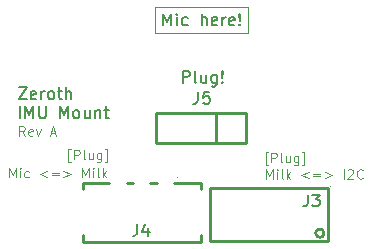
<source format=gto>
G04 #@! TF.GenerationSoftware,KiCad,Pcbnew,7.0.5-0*
G04 #@! TF.CreationDate,2024-11-07T14:34:30-08:00*
G04 #@! TF.ProjectId,IMU Mount,494d5520-4d6f-4756-9e74-2e6b69636164,rev?*
G04 #@! TF.SameCoordinates,PX5f5e100PY5f5e100*
G04 #@! TF.FileFunction,Legend,Top*
G04 #@! TF.FilePolarity,Positive*
%FSLAX46Y46*%
G04 Gerber Fmt 4.6, Leading zero omitted, Abs format (unit mm)*
G04 Created by KiCad (PCBNEW 7.0.5-0) date 2024-11-07 14:34:30*
%MOMM*%
%LPD*%
G01*
G04 APERTURE LIST*
%ADD10C,0.120000*%
%ADD11C,0.100000*%
%ADD12C,0.150000*%
%ADD13C,0.254000*%
%ADD14C,0.059995*%
G04 APERTURE END LIST*
D10*
X12450000Y21300000D02*
X20300000Y21300000D01*
X20300000Y19050000D01*
X12450000Y19050000D01*
X12450000Y21300000D01*
D11*
X21984836Y7886439D02*
X21794360Y7886439D01*
X21794360Y7886439D02*
X21794360Y9029296D01*
X21794360Y9029296D02*
X21984836Y9029296D01*
X22289598Y8153105D02*
X22289598Y8953105D01*
X22289598Y8953105D02*
X22594360Y8953105D01*
X22594360Y8953105D02*
X22670550Y8915010D01*
X22670550Y8915010D02*
X22708645Y8876915D01*
X22708645Y8876915D02*
X22746741Y8800724D01*
X22746741Y8800724D02*
X22746741Y8686439D01*
X22746741Y8686439D02*
X22708645Y8610248D01*
X22708645Y8610248D02*
X22670550Y8572153D01*
X22670550Y8572153D02*
X22594360Y8534058D01*
X22594360Y8534058D02*
X22289598Y8534058D01*
X23203883Y8153105D02*
X23127693Y8191200D01*
X23127693Y8191200D02*
X23089598Y8267391D01*
X23089598Y8267391D02*
X23089598Y8953105D01*
X23851503Y8686439D02*
X23851503Y8153105D01*
X23508646Y8686439D02*
X23508646Y8267391D01*
X23508646Y8267391D02*
X23546741Y8191200D01*
X23546741Y8191200D02*
X23622931Y8153105D01*
X23622931Y8153105D02*
X23737217Y8153105D01*
X23737217Y8153105D02*
X23813408Y8191200D01*
X23813408Y8191200D02*
X23851503Y8229296D01*
X24575313Y8686439D02*
X24575313Y8038820D01*
X24575313Y8038820D02*
X24537218Y7962629D01*
X24537218Y7962629D02*
X24499122Y7924534D01*
X24499122Y7924534D02*
X24422932Y7886439D01*
X24422932Y7886439D02*
X24308646Y7886439D01*
X24308646Y7886439D02*
X24232456Y7924534D01*
X24575313Y8191200D02*
X24499122Y8153105D01*
X24499122Y8153105D02*
X24346741Y8153105D01*
X24346741Y8153105D02*
X24270551Y8191200D01*
X24270551Y8191200D02*
X24232456Y8229296D01*
X24232456Y8229296D02*
X24194360Y8305486D01*
X24194360Y8305486D02*
X24194360Y8534058D01*
X24194360Y8534058D02*
X24232456Y8610248D01*
X24232456Y8610248D02*
X24270551Y8648343D01*
X24270551Y8648343D02*
X24346741Y8686439D01*
X24346741Y8686439D02*
X24499122Y8686439D01*
X24499122Y8686439D02*
X24575313Y8648343D01*
X24880075Y7886439D02*
X25070551Y7886439D01*
X25070551Y7886439D02*
X25070551Y9029296D01*
X25070551Y9029296D02*
X24880075Y9029296D01*
D12*
X891541Y14490181D02*
X1558207Y14490181D01*
X1558207Y14490181D02*
X891541Y13490181D01*
X891541Y13490181D02*
X1558207Y13490181D01*
X2320112Y13537800D02*
X2224874Y13490181D01*
X2224874Y13490181D02*
X2034398Y13490181D01*
X2034398Y13490181D02*
X1939160Y13537800D01*
X1939160Y13537800D02*
X1891541Y13633039D01*
X1891541Y13633039D02*
X1891541Y14013991D01*
X1891541Y14013991D02*
X1939160Y14109229D01*
X1939160Y14109229D02*
X2034398Y14156848D01*
X2034398Y14156848D02*
X2224874Y14156848D01*
X2224874Y14156848D02*
X2320112Y14109229D01*
X2320112Y14109229D02*
X2367731Y14013991D01*
X2367731Y14013991D02*
X2367731Y13918753D01*
X2367731Y13918753D02*
X1891541Y13823515D01*
X2796303Y13490181D02*
X2796303Y14156848D01*
X2796303Y13966372D02*
X2843922Y14061610D01*
X2843922Y14061610D02*
X2891541Y14109229D01*
X2891541Y14109229D02*
X2986779Y14156848D01*
X2986779Y14156848D02*
X3082017Y14156848D01*
X3558208Y13490181D02*
X3462970Y13537800D01*
X3462970Y13537800D02*
X3415351Y13585420D01*
X3415351Y13585420D02*
X3367732Y13680658D01*
X3367732Y13680658D02*
X3367732Y13966372D01*
X3367732Y13966372D02*
X3415351Y14061610D01*
X3415351Y14061610D02*
X3462970Y14109229D01*
X3462970Y14109229D02*
X3558208Y14156848D01*
X3558208Y14156848D02*
X3701065Y14156848D01*
X3701065Y14156848D02*
X3796303Y14109229D01*
X3796303Y14109229D02*
X3843922Y14061610D01*
X3843922Y14061610D02*
X3891541Y13966372D01*
X3891541Y13966372D02*
X3891541Y13680658D01*
X3891541Y13680658D02*
X3843922Y13585420D01*
X3843922Y13585420D02*
X3796303Y13537800D01*
X3796303Y13537800D02*
X3701065Y13490181D01*
X3701065Y13490181D02*
X3558208Y13490181D01*
X4177256Y14156848D02*
X4558208Y14156848D01*
X4320113Y14490181D02*
X4320113Y13633039D01*
X4320113Y13633039D02*
X4367732Y13537800D01*
X4367732Y13537800D02*
X4462970Y13490181D01*
X4462970Y13490181D02*
X4558208Y13490181D01*
X4891542Y13490181D02*
X4891542Y14490181D01*
X5320113Y13490181D02*
X5320113Y14013991D01*
X5320113Y14013991D02*
X5272494Y14109229D01*
X5272494Y14109229D02*
X5177256Y14156848D01*
X5177256Y14156848D02*
X5034399Y14156848D01*
X5034399Y14156848D02*
X4939161Y14109229D01*
X4939161Y14109229D02*
X4891542Y14061610D01*
X986779Y11880181D02*
X986779Y12880181D01*
X1462969Y11880181D02*
X1462969Y12880181D01*
X1462969Y12880181D02*
X1796302Y12165896D01*
X1796302Y12165896D02*
X2129635Y12880181D01*
X2129635Y12880181D02*
X2129635Y11880181D01*
X2605826Y12880181D02*
X2605826Y12070658D01*
X2605826Y12070658D02*
X2653445Y11975420D01*
X2653445Y11975420D02*
X2701064Y11927800D01*
X2701064Y11927800D02*
X2796302Y11880181D01*
X2796302Y11880181D02*
X2986778Y11880181D01*
X2986778Y11880181D02*
X3082016Y11927800D01*
X3082016Y11927800D02*
X3129635Y11975420D01*
X3129635Y11975420D02*
X3177254Y12070658D01*
X3177254Y12070658D02*
X3177254Y12880181D01*
X4415350Y11880181D02*
X4415350Y12880181D01*
X4415350Y12880181D02*
X4748683Y12165896D01*
X4748683Y12165896D02*
X5082016Y12880181D01*
X5082016Y12880181D02*
X5082016Y11880181D01*
X5701064Y11880181D02*
X5605826Y11927800D01*
X5605826Y11927800D02*
X5558207Y11975420D01*
X5558207Y11975420D02*
X5510588Y12070658D01*
X5510588Y12070658D02*
X5510588Y12356372D01*
X5510588Y12356372D02*
X5558207Y12451610D01*
X5558207Y12451610D02*
X5605826Y12499229D01*
X5605826Y12499229D02*
X5701064Y12546848D01*
X5701064Y12546848D02*
X5843921Y12546848D01*
X5843921Y12546848D02*
X5939159Y12499229D01*
X5939159Y12499229D02*
X5986778Y12451610D01*
X5986778Y12451610D02*
X6034397Y12356372D01*
X6034397Y12356372D02*
X6034397Y12070658D01*
X6034397Y12070658D02*
X5986778Y11975420D01*
X5986778Y11975420D02*
X5939159Y11927800D01*
X5939159Y11927800D02*
X5843921Y11880181D01*
X5843921Y11880181D02*
X5701064Y11880181D01*
X6891540Y12546848D02*
X6891540Y11880181D01*
X6462969Y12546848D02*
X6462969Y12023039D01*
X6462969Y12023039D02*
X6510588Y11927800D01*
X6510588Y11927800D02*
X6605826Y11880181D01*
X6605826Y11880181D02*
X6748683Y11880181D01*
X6748683Y11880181D02*
X6843921Y11927800D01*
X6843921Y11927800D02*
X6891540Y11975420D01*
X7367731Y12546848D02*
X7367731Y11880181D01*
X7367731Y12451610D02*
X7415350Y12499229D01*
X7415350Y12499229D02*
X7510588Y12546848D01*
X7510588Y12546848D02*
X7653445Y12546848D01*
X7653445Y12546848D02*
X7748683Y12499229D01*
X7748683Y12499229D02*
X7796302Y12403991D01*
X7796302Y12403991D02*
X7796302Y11880181D01*
X8129636Y12546848D02*
X8510588Y12546848D01*
X8272493Y12880181D02*
X8272493Y12023039D01*
X8272493Y12023039D02*
X8320112Y11927800D01*
X8320112Y11927800D02*
X8415350Y11880181D01*
X8415350Y11880181D02*
X8510588Y11880181D01*
D11*
X5284836Y8136439D02*
X5094360Y8136439D01*
X5094360Y8136439D02*
X5094360Y9279296D01*
X5094360Y9279296D02*
X5284836Y9279296D01*
X5589598Y8403105D02*
X5589598Y9203105D01*
X5589598Y9203105D02*
X5894360Y9203105D01*
X5894360Y9203105D02*
X5970550Y9165010D01*
X5970550Y9165010D02*
X6008645Y9126915D01*
X6008645Y9126915D02*
X6046741Y9050724D01*
X6046741Y9050724D02*
X6046741Y8936439D01*
X6046741Y8936439D02*
X6008645Y8860248D01*
X6008645Y8860248D02*
X5970550Y8822153D01*
X5970550Y8822153D02*
X5894360Y8784058D01*
X5894360Y8784058D02*
X5589598Y8784058D01*
X6503883Y8403105D02*
X6427693Y8441200D01*
X6427693Y8441200D02*
X6389598Y8517391D01*
X6389598Y8517391D02*
X6389598Y9203105D01*
X7151503Y8936439D02*
X7151503Y8403105D01*
X6808646Y8936439D02*
X6808646Y8517391D01*
X6808646Y8517391D02*
X6846741Y8441200D01*
X6846741Y8441200D02*
X6922931Y8403105D01*
X6922931Y8403105D02*
X7037217Y8403105D01*
X7037217Y8403105D02*
X7113408Y8441200D01*
X7113408Y8441200D02*
X7151503Y8479296D01*
X7875313Y8936439D02*
X7875313Y8288820D01*
X7875313Y8288820D02*
X7837218Y8212629D01*
X7837218Y8212629D02*
X7799122Y8174534D01*
X7799122Y8174534D02*
X7722932Y8136439D01*
X7722932Y8136439D02*
X7608646Y8136439D01*
X7608646Y8136439D02*
X7532456Y8174534D01*
X7875313Y8441200D02*
X7799122Y8403105D01*
X7799122Y8403105D02*
X7646741Y8403105D01*
X7646741Y8403105D02*
X7570551Y8441200D01*
X7570551Y8441200D02*
X7532456Y8479296D01*
X7532456Y8479296D02*
X7494360Y8555486D01*
X7494360Y8555486D02*
X7494360Y8784058D01*
X7494360Y8784058D02*
X7532456Y8860248D01*
X7532456Y8860248D02*
X7570551Y8898343D01*
X7570551Y8898343D02*
X7646741Y8936439D01*
X7646741Y8936439D02*
X7799122Y8936439D01*
X7799122Y8936439D02*
X7875313Y8898343D01*
X8180075Y8136439D02*
X8370551Y8136439D01*
X8370551Y8136439D02*
X8370551Y9279296D01*
X8370551Y9279296D02*
X8180075Y9279296D01*
X21856265Y6753105D02*
X21856265Y7553105D01*
X21856265Y7553105D02*
X22122931Y6981677D01*
X22122931Y6981677D02*
X22389598Y7553105D01*
X22389598Y7553105D02*
X22389598Y6753105D01*
X22770551Y6753105D02*
X22770551Y7286439D01*
X22770551Y7553105D02*
X22732455Y7515010D01*
X22732455Y7515010D02*
X22770551Y7476915D01*
X22770551Y7476915D02*
X22808646Y7515010D01*
X22808646Y7515010D02*
X22770551Y7553105D01*
X22770551Y7553105D02*
X22770551Y7476915D01*
X23265788Y6753105D02*
X23189598Y6791200D01*
X23189598Y6791200D02*
X23151503Y6867391D01*
X23151503Y6867391D02*
X23151503Y7553105D01*
X23570551Y6753105D02*
X23570551Y7553105D01*
X23646741Y7057867D02*
X23875313Y6753105D01*
X23875313Y7286439D02*
X23570551Y6981677D01*
X25437218Y7286439D02*
X24827694Y7057867D01*
X24827694Y7057867D02*
X25437218Y6829296D01*
X25818170Y7172153D02*
X26427694Y7172153D01*
X26427694Y6943581D02*
X25818170Y6943581D01*
X26808646Y7286439D02*
X27418170Y7057867D01*
X27418170Y7057867D02*
X26808646Y6829296D01*
X28408646Y6753105D02*
X28408646Y7553105D01*
X28751502Y7476915D02*
X28789598Y7515010D01*
X28789598Y7515010D02*
X28865788Y7553105D01*
X28865788Y7553105D02*
X29056264Y7553105D01*
X29056264Y7553105D02*
X29132455Y7515010D01*
X29132455Y7515010D02*
X29170550Y7476915D01*
X29170550Y7476915D02*
X29208645Y7400724D01*
X29208645Y7400724D02*
X29208645Y7324534D01*
X29208645Y7324534D02*
X29170550Y7210248D01*
X29170550Y7210248D02*
X28713407Y6753105D01*
X28713407Y6753105D02*
X29208645Y6753105D01*
X30008646Y6829296D02*
X29970550Y6791200D01*
X29970550Y6791200D02*
X29856265Y6753105D01*
X29856265Y6753105D02*
X29780074Y6753105D01*
X29780074Y6753105D02*
X29665788Y6791200D01*
X29665788Y6791200D02*
X29589598Y6867391D01*
X29589598Y6867391D02*
X29551503Y6943581D01*
X29551503Y6943581D02*
X29513407Y7095962D01*
X29513407Y7095962D02*
X29513407Y7210248D01*
X29513407Y7210248D02*
X29551503Y7362629D01*
X29551503Y7362629D02*
X29589598Y7438820D01*
X29589598Y7438820D02*
X29665788Y7515010D01*
X29665788Y7515010D02*
X29780074Y7553105D01*
X29780074Y7553105D02*
X29856265Y7553105D01*
X29856265Y7553105D02*
X29970550Y7515010D01*
X29970550Y7515010D02*
X30008646Y7476915D01*
X106265Y6853105D02*
X106265Y7653105D01*
X106265Y7653105D02*
X372931Y7081677D01*
X372931Y7081677D02*
X639598Y7653105D01*
X639598Y7653105D02*
X639598Y6853105D01*
X1020551Y6853105D02*
X1020551Y7386439D01*
X1020551Y7653105D02*
X982455Y7615010D01*
X982455Y7615010D02*
X1020551Y7576915D01*
X1020551Y7576915D02*
X1058646Y7615010D01*
X1058646Y7615010D02*
X1020551Y7653105D01*
X1020551Y7653105D02*
X1020551Y7576915D01*
X1744360Y6891200D02*
X1668169Y6853105D01*
X1668169Y6853105D02*
X1515788Y6853105D01*
X1515788Y6853105D02*
X1439598Y6891200D01*
X1439598Y6891200D02*
X1401503Y6929296D01*
X1401503Y6929296D02*
X1363407Y7005486D01*
X1363407Y7005486D02*
X1363407Y7234058D01*
X1363407Y7234058D02*
X1401503Y7310248D01*
X1401503Y7310248D02*
X1439598Y7348343D01*
X1439598Y7348343D02*
X1515788Y7386439D01*
X1515788Y7386439D02*
X1668169Y7386439D01*
X1668169Y7386439D02*
X1744360Y7348343D01*
X3306265Y7386439D02*
X2696741Y7157867D01*
X2696741Y7157867D02*
X3306265Y6929296D01*
X3687217Y7272153D02*
X4296741Y7272153D01*
X4296741Y7043581D02*
X3687217Y7043581D01*
X4677693Y7386439D02*
X5287217Y7157867D01*
X5287217Y7157867D02*
X4677693Y6929296D01*
X6277693Y6853105D02*
X6277693Y7653105D01*
X6277693Y7653105D02*
X6544359Y7081677D01*
X6544359Y7081677D02*
X6811026Y7653105D01*
X6811026Y7653105D02*
X6811026Y6853105D01*
X7191979Y6853105D02*
X7191979Y7386439D01*
X7191979Y7653105D02*
X7153883Y7615010D01*
X7153883Y7615010D02*
X7191979Y7576915D01*
X7191979Y7576915D02*
X7230074Y7615010D01*
X7230074Y7615010D02*
X7191979Y7653105D01*
X7191979Y7653105D02*
X7191979Y7576915D01*
X7687216Y6853105D02*
X7611026Y6891200D01*
X7611026Y6891200D02*
X7572931Y6967391D01*
X7572931Y6967391D02*
X7572931Y7653105D01*
X7991979Y6853105D02*
X7991979Y7653105D01*
X8068169Y7157867D02*
X8296741Y6853105D01*
X8296741Y7386439D02*
X7991979Y7081677D01*
D12*
X13136779Y19730181D02*
X13136779Y20730181D01*
X13136779Y20730181D02*
X13470112Y20015896D01*
X13470112Y20015896D02*
X13803445Y20730181D01*
X13803445Y20730181D02*
X13803445Y19730181D01*
X14279636Y19730181D02*
X14279636Y20396848D01*
X14279636Y20730181D02*
X14232017Y20682562D01*
X14232017Y20682562D02*
X14279636Y20634943D01*
X14279636Y20634943D02*
X14327255Y20682562D01*
X14327255Y20682562D02*
X14279636Y20730181D01*
X14279636Y20730181D02*
X14279636Y20634943D01*
X15184397Y19777800D02*
X15089159Y19730181D01*
X15089159Y19730181D02*
X14898683Y19730181D01*
X14898683Y19730181D02*
X14803445Y19777800D01*
X14803445Y19777800D02*
X14755826Y19825420D01*
X14755826Y19825420D02*
X14708207Y19920658D01*
X14708207Y19920658D02*
X14708207Y20206372D01*
X14708207Y20206372D02*
X14755826Y20301610D01*
X14755826Y20301610D02*
X14803445Y20349229D01*
X14803445Y20349229D02*
X14898683Y20396848D01*
X14898683Y20396848D02*
X15089159Y20396848D01*
X15089159Y20396848D02*
X15184397Y20349229D01*
X16374874Y19730181D02*
X16374874Y20730181D01*
X16803445Y19730181D02*
X16803445Y20253991D01*
X16803445Y20253991D02*
X16755826Y20349229D01*
X16755826Y20349229D02*
X16660588Y20396848D01*
X16660588Y20396848D02*
X16517731Y20396848D01*
X16517731Y20396848D02*
X16422493Y20349229D01*
X16422493Y20349229D02*
X16374874Y20301610D01*
X17660588Y19777800D02*
X17565350Y19730181D01*
X17565350Y19730181D02*
X17374874Y19730181D01*
X17374874Y19730181D02*
X17279636Y19777800D01*
X17279636Y19777800D02*
X17232017Y19873039D01*
X17232017Y19873039D02*
X17232017Y20253991D01*
X17232017Y20253991D02*
X17279636Y20349229D01*
X17279636Y20349229D02*
X17374874Y20396848D01*
X17374874Y20396848D02*
X17565350Y20396848D01*
X17565350Y20396848D02*
X17660588Y20349229D01*
X17660588Y20349229D02*
X17708207Y20253991D01*
X17708207Y20253991D02*
X17708207Y20158753D01*
X17708207Y20158753D02*
X17232017Y20063515D01*
X18136779Y19730181D02*
X18136779Y20396848D01*
X18136779Y20206372D02*
X18184398Y20301610D01*
X18184398Y20301610D02*
X18232017Y20349229D01*
X18232017Y20349229D02*
X18327255Y20396848D01*
X18327255Y20396848D02*
X18422493Y20396848D01*
X19136779Y19777800D02*
X19041541Y19730181D01*
X19041541Y19730181D02*
X18851065Y19730181D01*
X18851065Y19730181D02*
X18755827Y19777800D01*
X18755827Y19777800D02*
X18708208Y19873039D01*
X18708208Y19873039D02*
X18708208Y20253991D01*
X18708208Y20253991D02*
X18755827Y20349229D01*
X18755827Y20349229D02*
X18851065Y20396848D01*
X18851065Y20396848D02*
X19041541Y20396848D01*
X19041541Y20396848D02*
X19136779Y20349229D01*
X19136779Y20349229D02*
X19184398Y20253991D01*
X19184398Y20253991D02*
X19184398Y20158753D01*
X19184398Y20158753D02*
X18708208Y20063515D01*
X19612970Y19825420D02*
X19660589Y19777800D01*
X19660589Y19777800D02*
X19612970Y19730181D01*
X19612970Y19730181D02*
X19565351Y19777800D01*
X19565351Y19777800D02*
X19612970Y19825420D01*
X19612970Y19825420D02*
X19612970Y19730181D01*
X19612970Y20111134D02*
X19565351Y20682562D01*
X19565351Y20682562D02*
X19612970Y20730181D01*
X19612970Y20730181D02*
X19660589Y20682562D01*
X19660589Y20682562D02*
X19612970Y20111134D01*
X19612970Y20111134D02*
X19612970Y20730181D01*
X14786779Y14880181D02*
X14786779Y15880181D01*
X14786779Y15880181D02*
X15167731Y15880181D01*
X15167731Y15880181D02*
X15262969Y15832562D01*
X15262969Y15832562D02*
X15310588Y15784943D01*
X15310588Y15784943D02*
X15358207Y15689705D01*
X15358207Y15689705D02*
X15358207Y15546848D01*
X15358207Y15546848D02*
X15310588Y15451610D01*
X15310588Y15451610D02*
X15262969Y15403991D01*
X15262969Y15403991D02*
X15167731Y15356372D01*
X15167731Y15356372D02*
X14786779Y15356372D01*
X15929636Y14880181D02*
X15834398Y14927800D01*
X15834398Y14927800D02*
X15786779Y15023039D01*
X15786779Y15023039D02*
X15786779Y15880181D01*
X16739160Y15546848D02*
X16739160Y14880181D01*
X16310589Y15546848D02*
X16310589Y15023039D01*
X16310589Y15023039D02*
X16358208Y14927800D01*
X16358208Y14927800D02*
X16453446Y14880181D01*
X16453446Y14880181D02*
X16596303Y14880181D01*
X16596303Y14880181D02*
X16691541Y14927800D01*
X16691541Y14927800D02*
X16739160Y14975420D01*
X17643922Y15546848D02*
X17643922Y14737324D01*
X17643922Y14737324D02*
X17596303Y14642086D01*
X17596303Y14642086D02*
X17548684Y14594467D01*
X17548684Y14594467D02*
X17453446Y14546848D01*
X17453446Y14546848D02*
X17310589Y14546848D01*
X17310589Y14546848D02*
X17215351Y14594467D01*
X17643922Y14927800D02*
X17548684Y14880181D01*
X17548684Y14880181D02*
X17358208Y14880181D01*
X17358208Y14880181D02*
X17262970Y14927800D01*
X17262970Y14927800D02*
X17215351Y14975420D01*
X17215351Y14975420D02*
X17167732Y15070658D01*
X17167732Y15070658D02*
X17167732Y15356372D01*
X17167732Y15356372D02*
X17215351Y15451610D01*
X17215351Y15451610D02*
X17262970Y15499229D01*
X17262970Y15499229D02*
X17358208Y15546848D01*
X17358208Y15546848D02*
X17548684Y15546848D01*
X17548684Y15546848D02*
X17643922Y15499229D01*
X18120113Y14975420D02*
X18167732Y14927800D01*
X18167732Y14927800D02*
X18120113Y14880181D01*
X18120113Y14880181D02*
X18072494Y14927800D01*
X18072494Y14927800D02*
X18120113Y14975420D01*
X18120113Y14975420D02*
X18120113Y14880181D01*
X18120113Y15261134D02*
X18072494Y15832562D01*
X18072494Y15832562D02*
X18120113Y15880181D01*
X18120113Y15880181D02*
X18167732Y15832562D01*
X18167732Y15832562D02*
X18120113Y15261134D01*
X18120113Y15261134D02*
X18120113Y15880181D01*
D11*
X1413408Y10403105D02*
X1146741Y10784058D01*
X956265Y10403105D02*
X956265Y11203105D01*
X956265Y11203105D02*
X1261027Y11203105D01*
X1261027Y11203105D02*
X1337217Y11165010D01*
X1337217Y11165010D02*
X1375312Y11126915D01*
X1375312Y11126915D02*
X1413408Y11050724D01*
X1413408Y11050724D02*
X1413408Y10936439D01*
X1413408Y10936439D02*
X1375312Y10860248D01*
X1375312Y10860248D02*
X1337217Y10822153D01*
X1337217Y10822153D02*
X1261027Y10784058D01*
X1261027Y10784058D02*
X956265Y10784058D01*
X2061027Y10441200D02*
X1984836Y10403105D01*
X1984836Y10403105D02*
X1832455Y10403105D01*
X1832455Y10403105D02*
X1756265Y10441200D01*
X1756265Y10441200D02*
X1718169Y10517391D01*
X1718169Y10517391D02*
X1718169Y10822153D01*
X1718169Y10822153D02*
X1756265Y10898343D01*
X1756265Y10898343D02*
X1832455Y10936439D01*
X1832455Y10936439D02*
X1984836Y10936439D01*
X1984836Y10936439D02*
X2061027Y10898343D01*
X2061027Y10898343D02*
X2099122Y10822153D01*
X2099122Y10822153D02*
X2099122Y10745962D01*
X2099122Y10745962D02*
X1718169Y10669772D01*
X2365788Y10936439D02*
X2556264Y10403105D01*
X2556264Y10403105D02*
X2746741Y10936439D01*
X3622931Y10631677D02*
X4003884Y10631677D01*
X3546741Y10403105D02*
X3813408Y11203105D01*
X3813408Y11203105D02*
X4080074Y10403105D01*
D12*
X10916666Y2895181D02*
X10916666Y2180896D01*
X10916666Y2180896D02*
X10869047Y2038039D01*
X10869047Y2038039D02*
X10773809Y1942800D01*
X10773809Y1942800D02*
X10630952Y1895181D01*
X10630952Y1895181D02*
X10535714Y1895181D01*
X11821428Y2561848D02*
X11821428Y1895181D01*
X11583333Y2942800D02*
X11345238Y2228515D01*
X11345238Y2228515D02*
X11964285Y2228515D01*
X16066666Y14095181D02*
X16066666Y13380896D01*
X16066666Y13380896D02*
X16019047Y13238039D01*
X16019047Y13238039D02*
X15923809Y13142800D01*
X15923809Y13142800D02*
X15780952Y13095181D01*
X15780952Y13095181D02*
X15685714Y13095181D01*
X17019047Y14095181D02*
X16542857Y14095181D01*
X16542857Y14095181D02*
X16495238Y13618991D01*
X16495238Y13618991D02*
X16542857Y13666610D01*
X16542857Y13666610D02*
X16638095Y13714229D01*
X16638095Y13714229D02*
X16876190Y13714229D01*
X16876190Y13714229D02*
X16971428Y13666610D01*
X16971428Y13666610D02*
X17019047Y13618991D01*
X17019047Y13618991D02*
X17066666Y13523753D01*
X17066666Y13523753D02*
X17066666Y13285658D01*
X17066666Y13285658D02*
X17019047Y13190420D01*
X17019047Y13190420D02*
X16971428Y13142800D01*
X16971428Y13142800D02*
X16876190Y13095181D01*
X16876190Y13095181D02*
X16638095Y13095181D01*
X16638095Y13095181D02*
X16542857Y13142800D01*
X16542857Y13142800D02*
X16495238Y13190420D01*
X25366666Y5395181D02*
X25366666Y4680896D01*
X25366666Y4680896D02*
X25319047Y4538039D01*
X25319047Y4538039D02*
X25223809Y4442800D01*
X25223809Y4442800D02*
X25080952Y4395181D01*
X25080952Y4395181D02*
X24985714Y4395181D01*
X25747619Y5395181D02*
X26366666Y5395181D01*
X26366666Y5395181D02*
X26033333Y5014229D01*
X26033333Y5014229D02*
X26176190Y5014229D01*
X26176190Y5014229D02*
X26271428Y4966610D01*
X26271428Y4966610D02*
X26319047Y4918991D01*
X26319047Y4918991D02*
X26366666Y4823753D01*
X26366666Y4823753D02*
X26366666Y4585658D01*
X26366666Y4585658D02*
X26319047Y4490420D01*
X26319047Y4490420D02*
X26271428Y4442800D01*
X26271428Y4442800D02*
X26176190Y4395181D01*
X26176190Y4395181D02*
X25890476Y4395181D01*
X25890476Y4395181D02*
X25795238Y4442800D01*
X25795238Y4442800D02*
X25747619Y4490420D01*
D13*
X6298755Y6425006D02*
X6298755Y5856121D01*
X6298755Y6425006D02*
X8568860Y6425006D01*
X6298755Y1993840D02*
X6298755Y1424955D01*
X10031140Y6425006D02*
X10568860Y6425006D01*
X12031140Y6425006D02*
X12568860Y6425006D01*
X14031140Y6425006D02*
X16300025Y6425006D01*
X16299949Y1424955D02*
X6299975Y1424955D01*
X16300025Y6425006D02*
X16300025Y5856121D01*
X16300025Y1993840D02*
X16300025Y1424955D01*
D14*
X14329997Y6887490D02*
G75*
G03*
X14329997Y6887490I-29997J0D01*
G01*
D13*
X20160008Y9779997D02*
X20160008Y12320003D01*
X20160008Y9779997D02*
X12539992Y9779997D01*
X20160008Y12320003D02*
X12539992Y12320003D01*
X17571565Y9779997D02*
X17571565Y12320003D01*
X12539992Y9779997D02*
X12539992Y12320003D01*
D14*
X20189980Y12299936D02*
G75*
G03*
X20189980Y12299936I-29972J0D01*
G01*
D13*
X17100000Y5950102D02*
X17100000Y1449975D01*
X17100000Y1449975D02*
X27100000Y1449975D01*
X27100000Y5950102D02*
X17100000Y5950102D01*
X27100000Y1449975D02*
X27100000Y5950102D01*
X26745161Y2133998D02*
G75*
G03*
X26745161Y2133998I-359156J0D01*
G01*
D14*
X27256998Y6077102D02*
G75*
G03*
X27256998Y6077102I-29998J0D01*
G01*
M02*

</source>
